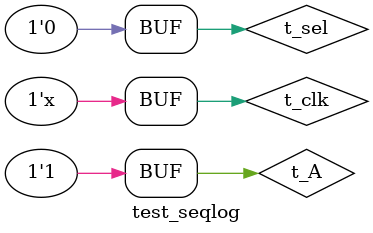
<source format=sv>
`timescale 1ns/1ps
module test_seqlog;
reg t_clk;
logic t_A,t_sel,t_F;
seqlog sys(t_A,t_sel,t_clk,t_F);

always #10 t_clk = ~t_clk;

initial begin
t_sel <= 1; t_A <= 1;
#80 t_A <= 5;
#150 t_sel <= 0;
#100 t_A <= 0;
#100 t_A <= 3;
end
initial begin //response monitor
$monitor("t_sel = %d t_A = %d t_F = %d",
	 t_sel, t_A, t_F);
end
endmodule
</source>
